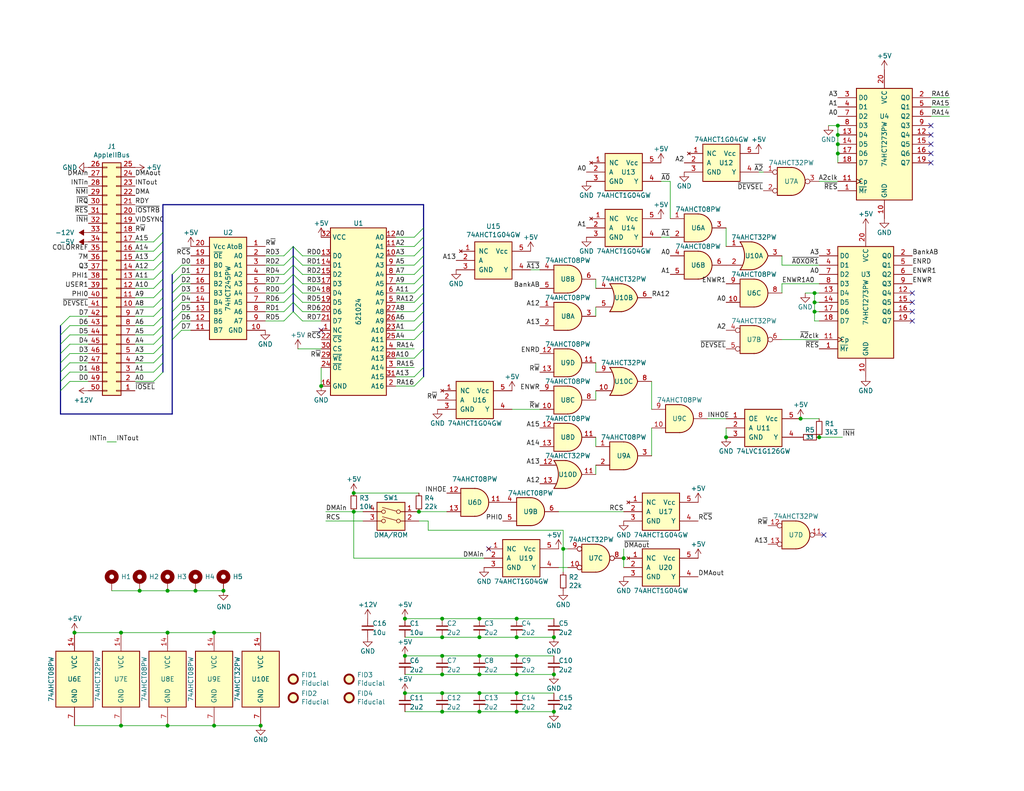
<source format=kicad_sch>
(kicad_sch (version 20230121) (generator eeschema)
  (paper "USLetter")
  (title_block (title "RAM128 (GW4208B)") (date "2021-02-24") (rev "1.0") (company "Garrett's Workshop"))
  (junction (at 120.65 179.07))
  (junction (at 223.52 119.38))
  (junction (at 110.49 189.23))
  (junction (at 198.12 119.38))
  (junction (at 151.13 194.31))
  (junction (at 130.81 168.91))
  (junction (at 120.65 173.99))
  (junction (at 120.65 194.31))
  (junction (at 120.65 168.91))
  (junction (at 130.81 179.07))
  (junction (at 140.97 168.91))
  (junction (at 228.6 36.83))
  (junction (at 71.12 198.12))
  (junction (at 58.42 198.12))
  (junction (at 140.97 173.99))
  (junction (at 130.81 189.23))
  (junction (at 120.65 189.23))
  (junction (at 53.34 161.29))
  (junction (at 140.97 184.15))
  (junction (at 130.81 184.15))
  (junction (at 228.6 34.29))
  (junction (at 45.72 161.29))
  (junction (at 45.72 198.12))
  (junction (at 222.25 82.55))
  (junction (at 33.02 172.72))
  (junction (at 218.44 114.3))
  (junction (at 38.1 161.29))
  (junction (at 96.52 139.7))
  (junction (at 170.18 152.4))
  (junction (at 151.13 184.15))
  (junction (at 87.63 105.41))
  (junction (at 151.13 173.99))
  (junction (at 228.6 39.37))
  (junction (at 140.97 179.07))
  (junction (at 60.96 161.29))
  (junction (at 110.49 168.91))
  (junction (at 228.6 41.91))
  (junction (at 45.72 172.72))
  (junction (at 33.02 198.12))
  (junction (at 222.25 80.01))
  (junction (at 114.3 139.7))
  (junction (at 120.65 184.15))
  (junction (at 130.81 173.99))
  (junction (at 153.67 149.86))
  (junction (at 140.97 194.31))
  (junction (at 140.97 189.23))
  (junction (at 96.52 134.62))
  (junction (at 222.25 85.09))
  (junction (at 20.32 172.72))
  (junction (at 130.81 194.31))
  (junction (at 110.49 179.07))
  (junction (at 58.42 172.72))
  (no_connect (at 254 36.83))
  (no_connect (at 87.63 90.17))
  (no_connect (at 248.92 80.01))
  (no_connect (at 254 34.29))
  (no_connect (at 248.92 82.55))
  (no_connect (at 254 41.91))
  (no_connect (at 254 44.45))
  (no_connect (at 133.35 149.86))
  (no_connect (at 248.92 87.63))
  (no_connect (at 248.92 85.09))
  (no_connect (at 224.79 146.05))
  (no_connect (at 254 39.37))
  (bus_entry (at 46.99 90.17) (size 2.54 -2.54))
  (bus_entry (at 115.57 62.23) (size -2.54 2.54))
  (bus_entry (at 80.01 69.85) (size 2.54 2.54))
  (bus_entry (at 115.57 72.39) (size -2.54 2.54))
  (bus_entry (at 46.99 87.63) (size 2.54 -2.54))
  (bus_entry (at 44.45 73.66) (size -2.54 2.54))
  (bus_entry (at 115.57 87.63) (size -2.54 2.54))
  (bus_entry (at 16.51 99.06) (size 2.54 -2.54))
  (bus_entry (at 115.57 64.77) (size -2.54 2.54))
  (bus_entry (at 46.99 77.47) (size 2.54 -2.54))
  (bus_entry (at 16.51 93.98) (size 2.54 -2.54))
  (bus_entry (at 44.45 63.5) (size -2.54 2.54))
  (bus_entry (at 44.45 81.28) (size -2.54 2.54))
  (bus_entry (at 16.51 88.9) (size 2.54 -2.54))
  (bus_entry (at 80.01 77.47) (size 2.54 2.54))
  (bus_entry (at 16.51 106.68) (size 2.54 -2.54))
  (bus_entry (at 46.99 80.01) (size 2.54 -2.54))
  (bus_entry (at 77.47 74.93) (size 2.54 -2.54))
  (bus_entry (at 115.57 67.31) (size -2.54 2.54))
  (bus_entry (at 77.47 69.85) (size 2.54 -2.54))
  (bus_entry (at 115.57 77.47) (size -2.54 2.54))
  (bus_entry (at 44.45 96.52) (size -2.54 2.54))
  (bus_entry (at 77.47 72.39) (size 2.54 -2.54))
  (bus_entry (at 80.01 80.01) (size 2.54 2.54))
  (bus_entry (at 44.45 93.98) (size -2.54 2.54))
  (bus_entry (at 44.45 101.6) (size -2.54 2.54))
  (bus_entry (at 115.57 90.17) (size -2.54 2.54))
  (bus_entry (at 44.45 71.12) (size -2.54 2.54))
  (bus_entry (at 44.45 78.74) (size -2.54 2.54))
  (bus_entry (at 46.99 92.71) (size 2.54 -2.54))
  (bus_entry (at 44.45 66.04) (size -2.54 2.54))
  (bus_entry (at 16.51 91.44) (size 2.54 -2.54))
  (bus_entry (at 44.45 99.06) (size -2.54 2.54))
  (bus_entry (at 80.01 82.55) (size 2.54 2.54))
  (bus_entry (at 44.45 68.58) (size -2.54 2.54))
  (bus_entry (at 115.57 85.09) (size -2.54 2.54))
  (bus_entry (at 46.99 85.09) (size 2.54 -2.54))
  (bus_entry (at 115.57 74.93) (size -2.54 2.54))
  (bus_entry (at 44.45 88.9) (size -2.54 2.54))
  (bus_entry (at 80.01 74.93) (size 2.54 2.54))
  (bus_entry (at 44.45 76.2) (size -2.54 2.54))
  (bus_entry (at 80.01 85.09) (size 2.54 2.54))
  (bus_entry (at 77.47 87.63) (size 2.54 -2.54))
  (bus_entry (at 44.45 91.44) (size -2.54 2.54))
  (bus_entry (at 80.01 72.39) (size 2.54 2.54))
  (bus_entry (at 16.51 101.6) (size 2.54 -2.54))
  (bus_entry (at 115.57 82.55) (size -2.54 2.54))
  (bus_entry (at 115.57 69.85) (size -2.54 2.54))
  (bus_entry (at 46.99 74.93) (size 2.54 -2.54))
  (bus_entry (at 44.45 83.82) (size -2.54 2.54))
  (bus_entry (at 44.45 86.36) (size -2.54 2.54))
  (bus_entry (at 46.99 82.55) (size 2.54 -2.54))
  (bus_entry (at 115.57 102.87) (size -2.54 2.54))
  (bus_entry (at 77.47 85.09) (size 2.54 -2.54))
  (bus_entry (at 115.57 100.33) (size -2.54 2.54))
  (bus_entry (at 115.57 95.25) (size -2.54 2.54))
  (bus_entry (at 77.47 77.47) (size 2.54 -2.54))
  (bus_entry (at 77.47 80.01) (size 2.54 -2.54))
  (bus_entry (at 80.01 67.31) (size 2.54 2.54))
  (bus_entry (at 16.51 104.14) (size 2.54 -2.54))
  (bus_entry (at 77.47 82.55) (size 2.54 -2.54))
  (bus_entry (at 16.51 96.52) (size 2.54 -2.54))
  (bus_entry (at 115.57 80.01) (size -2.54 2.54))
  (wire (pts (xy 36.83 96.52) (xy 41.91 96.52)))
  (bus (pts (xy 115.57 90.17) (xy 115.57 95.25)))
  (wire (pts (xy 45.72 161.29) (xy 38.1 161.29)))
  (wire (pts (xy 96.52 139.7) (xy 99.06 139.7)))
  (wire (pts (xy 218.44 114.3) (xy 223.52 114.3)))
  (wire (pts (xy 228.6 36.83) (xy 228.6 39.37)))
  (wire (pts (xy 130.81 173.99) (xy 140.97 173.99)))
  (wire (pts (xy 226.06 34.29) (xy 228.6 34.29)))
  (wire (pts (xy 19.05 101.6) (xy 24.13 101.6)))
  (bus (pts (xy 115.57 69.85) (xy 115.57 72.39)))
  (bus (pts (xy 44.45 63.5) (xy 44.45 66.04)))
  (wire (pts (xy 110.49 168.91) (xy 120.65 168.91)))
  (wire (pts (xy 198.12 62.23) (xy 198.12 67.31)))
  (wire (pts (xy 82.55 74.93) (xy 87.63 74.93)))
  (wire (pts (xy 87.63 100.33) (xy 87.63 105.41)))
  (wire (pts (xy 198.12 119.38) (xy 198.12 116.84)))
  (wire (pts (xy 77.47 87.63) (xy 72.39 87.63)))
  (wire (pts (xy 107.95 64.77) (xy 113.03 64.77)))
  (wire (pts (xy 36.83 71.12) (xy 41.91 71.12)))
  (wire (pts (xy 259.08 31.75) (xy 254 31.75)))
  (wire (pts (xy 120.65 189.23) (xy 130.81 189.23)))
  (wire (pts (xy 82.55 85.09) (xy 87.63 85.09)))
  (bus (pts (xy 16.51 93.98) (xy 16.51 96.52)))
  (bus (pts (xy 80.01 77.47) (xy 80.01 80.01)))
  (wire (pts (xy 49.53 90.17) (xy 52.07 90.17)))
  (wire (pts (xy 107.95 97.79) (xy 113.03 97.79)))
  (bus (pts (xy 115.57 55.88) (xy 44.45 55.88)))
  (wire (pts (xy 153.67 144.78) (xy 153.67 149.86)))
  (bus (pts (xy 115.57 95.25) (xy 115.57 100.33)))
  (wire (pts (xy 114.3 139.7) (xy 121.92 139.7)))
  (wire (pts (xy 223.52 92.71) (xy 213.36 92.71)))
  (wire (pts (xy 130.81 189.23) (xy 140.97 189.23)))
  (bus (pts (xy 16.51 96.52) (xy 16.51 99.06)))
  (wire (pts (xy 107.95 77.47) (xy 113.03 77.47)))
  (bus (pts (xy 46.99 90.17) (xy 46.99 92.71)))
  (bus (pts (xy 44.45 96.52) (xy 44.45 99.06)))
  (wire (pts (xy 88.9 142.24) (xy 99.06 142.24)))
  (bus (pts (xy 80.01 82.55) (xy 80.01 85.09)))
  (wire (pts (xy 162.56 119.38) (xy 162.56 121.92)))
  (wire (pts (xy 140.97 173.99) (xy 151.13 173.99)))
  (wire (pts (xy 223.52 87.63) (xy 222.25 87.63)))
  (wire (pts (xy 139.7 111.76) (xy 147.32 111.76)))
  (wire (pts (xy 77.47 69.85) (xy 72.39 69.85)))
  (wire (pts (xy 182.88 49.53) (xy 182.88 59.69)))
  (wire (pts (xy 49.53 72.39) (xy 52.07 72.39)))
  (bus (pts (xy 115.57 67.31) (xy 115.57 69.85)))
  (wire (pts (xy 19.05 86.36) (xy 24.13 86.36)))
  (wire (pts (xy 20.32 198.12) (xy 33.02 198.12)))
  (bus (pts (xy 16.51 104.14) (xy 16.51 106.68)))
  (bus (pts (xy 16.51 106.68) (xy 16.51 113.03)))
  (wire (pts (xy 120.65 173.99) (xy 130.81 173.99)))
  (bus (pts (xy 46.99 74.93) (xy 46.99 77.47)))
  (wire (pts (xy 222.25 85.09) (xy 222.25 82.55)))
  (wire (pts (xy 120.65 184.15) (xy 130.81 184.15)))
  (wire (pts (xy 116.84 144.78) (xy 116.84 142.24)))
  (wire (pts (xy 19.05 104.14) (xy 24.13 104.14)))
  (wire (pts (xy 77.47 74.93) (xy 72.39 74.93)))
  (wire (pts (xy 116.84 142.24) (xy 114.3 142.24)))
  (wire (pts (xy 120.65 189.23) (xy 110.49 189.23)))
  (wire (pts (xy 107.95 85.09) (xy 113.03 85.09)))
  (wire (pts (xy 198.12 114.3) (xy 193.04 114.3)))
  (wire (pts (xy 45.72 198.12) (xy 58.42 198.12)))
  (wire (pts (xy 88.9 139.7) (xy 96.52 139.7)))
  (bus (pts (xy 80.01 67.31) (xy 80.01 69.85)))
  (bus (pts (xy 80.01 74.93) (xy 80.01 77.47)))
  (wire (pts (xy 60.96 161.29) (xy 53.34 161.29)))
  (wire (pts (xy 130.81 168.91) (xy 140.97 168.91)))
  (wire (pts (xy 107.95 72.39) (xy 113.03 72.39)))
  (bus (pts (xy 115.57 55.88) (xy 115.57 62.23)))
  (wire (pts (xy 154.94 154.94) (xy 152.4 154.94)))
  (wire (pts (xy 177.8 116.84) (xy 177.8 124.46)))
  (wire (pts (xy 162.56 99.06) (xy 162.56 101.6)))
  (bus (pts (xy 16.51 91.44) (xy 16.51 93.98)))
  (bus (pts (xy 44.45 83.82) (xy 44.45 86.36)))
  (wire (pts (xy 120.65 194.31) (xy 130.81 194.31)))
  (wire (pts (xy 153.67 149.86) (xy 153.67 156.21)))
  (bus (pts (xy 115.57 100.33) (xy 115.57 102.87)))
  (wire (pts (xy 36.83 73.66) (xy 41.91 73.66)))
  (bus (pts (xy 46.99 77.47) (xy 46.99 80.01)))
  (bus (pts (xy 44.45 93.98) (xy 44.45 96.52)))
  (bus (pts (xy 115.57 85.09) (xy 115.57 87.63)))
  (wire (pts (xy 107.95 105.41) (xy 113.03 105.41)))
  (bus (pts (xy 115.57 77.47) (xy 115.57 80.01)))
  (bus (pts (xy 80.01 72.39) (xy 80.01 74.93)))
  (wire (pts (xy 19.05 93.98) (xy 24.13 93.98)))
  (wire (pts (xy 38.1 161.29) (xy 30.48 161.29)))
  (bus (pts (xy 115.57 82.55) (xy 115.57 85.09)))
  (wire (pts (xy 36.83 83.82) (xy 41.91 83.82)))
  (wire (pts (xy 19.05 88.9) (xy 24.13 88.9)))
  (wire (pts (xy 82.55 77.47) (xy 87.63 77.47)))
  (wire (pts (xy 120.65 168.91) (xy 130.81 168.91)))
  (wire (pts (xy 36.83 81.28) (xy 41.91 81.28)))
  (wire (pts (xy 130.81 194.31) (xy 140.97 194.31)))
  (wire (pts (xy 96.52 152.4) (xy 132.08 152.4)))
  (wire (pts (xy 81.28 95.25) (xy 87.63 95.25)))
  (wire (pts (xy 229.87 119.38) (xy 223.52 119.38)))
  (wire (pts (xy 213.36 69.85) (xy 213.36 72.39)))
  (wire (pts (xy 140.97 194.31) (xy 151.13 194.31)))
  (wire (pts (xy 152.4 139.7) (xy 170.18 139.7)))
  (wire (pts (xy 219.71 80.01) (xy 222.25 80.01)))
  (wire (pts (xy 223.52 85.09) (xy 222.25 85.09)))
  (wire (pts (xy 82.55 82.55) (xy 87.63 82.55)))
  (wire (pts (xy 114.3 134.62) (xy 96.52 134.62)))
  (wire (pts (xy 77.47 80.01) (xy 72.39 80.01)))
  (wire (pts (xy 36.83 99.06) (xy 41.91 99.06)))
  (wire (pts (xy 77.47 82.55) (xy 72.39 82.55)))
  (wire (pts (xy 153.67 144.78) (xy 116.84 144.78)))
  (wire (pts (xy 153.67 149.86) (xy 154.94 149.86)))
  (wire (pts (xy 96.52 139.7) (xy 96.52 152.4)))
  (wire (pts (xy 58.42 198.12) (xy 71.12 198.12)))
  (wire (pts (xy 182.88 64.77) (xy 180.34 64.77)))
  (wire (pts (xy 36.83 88.9) (xy 41.91 88.9)))
  (wire (pts (xy 107.95 100.33) (xy 113.03 100.33)))
  (wire (pts (xy 82.55 80.01) (xy 87.63 80.01)))
  (wire (pts (xy 36.83 93.98) (xy 41.91 93.98)))
  (wire (pts (xy 36.83 66.04) (xy 41.91 66.04)))
  (bus (pts (xy 46.99 92.71) (xy 46.99 113.03)))
  (wire (pts (xy 223.52 80.01) (xy 222.25 80.01)))
  (wire (pts (xy 36.83 104.14) (xy 41.91 104.14)))
  (bus (pts (xy 115.57 74.93) (xy 115.57 77.47)))
  (bus (pts (xy 16.51 99.06) (xy 16.51 101.6)))
  (wire (pts (xy 162.56 106.68) (xy 162.56 109.22)))
  (wire (pts (xy 140.97 189.23) (xy 151.13 189.23)))
  (wire (pts (xy 107.95 80.01) (xy 113.03 80.01)))
  (wire (pts (xy 49.53 85.09) (xy 52.07 85.09)))
  (bus (pts (xy 46.99 82.55) (xy 46.99 85.09)))
  (bus (pts (xy 44.45 78.74) (xy 44.45 81.28)))
  (wire (pts (xy 45.72 172.72) (xy 58.42 172.72)))
  (wire (pts (xy 36.83 76.2) (xy 41.91 76.2)))
  (wire (pts (xy 140.97 184.15) (xy 151.13 184.15)))
  (wire (pts (xy 107.95 82.55) (xy 113.03 82.55)))
  (wire (pts (xy 53.34 161.29) (xy 45.72 161.29)))
  (bus (pts (xy 115.57 62.23) (xy 115.57 64.77)))
  (bus (pts (xy 115.57 80.01) (xy 115.57 82.55)))
  (wire (pts (xy 107.95 90.17) (xy 113.03 90.17)))
  (wire (pts (xy 107.95 95.25) (xy 113.03 95.25)))
  (wire (pts (xy 107.95 102.87) (xy 113.03 102.87)))
  (bus (pts (xy 44.45 81.28) (xy 44.45 83.82)))
  (wire (pts (xy 107.95 87.63) (xy 113.03 87.63)))
  (wire (pts (xy 77.47 85.09) (xy 72.39 85.09)))
  (bus (pts (xy 44.45 99.06) (xy 44.45 101.6)))
  (bus (pts (xy 44.45 76.2) (xy 44.45 78.74)))
  (wire (pts (xy 33.02 198.12) (xy 45.72 198.12)))
  (wire (pts (xy 36.83 68.58) (xy 41.91 68.58)))
  (bus (pts (xy 44.45 73.66) (xy 44.45 76.2)))
  (wire (pts (xy 222.25 87.63) (xy 222.25 85.09)))
  (bus (pts (xy 46.99 113.03) (xy 16.51 113.03)))
  (wire (pts (xy 228.6 41.91) (xy 228.6 44.45)))
  (wire (pts (xy 110.49 194.31) (xy 120.65 194.31)))
  (wire (pts (xy 120.65 179.07) (xy 110.49 179.07)))
  (bus (pts (xy 46.99 85.09) (xy 46.99 87.63)))
  (wire (pts (xy 213.36 77.47) (xy 213.36 80.01)))
  (wire (pts (xy 107.95 69.85) (xy 113.03 69.85)))
  (wire (pts (xy 207.01 46.99) (xy 208.28 46.99)))
  (wire (pts (xy 82.55 69.85) (xy 87.63 69.85)))
  (wire (pts (xy 58.42 172.72) (xy 71.12 172.72)))
  (wire (pts (xy 20.32 172.72) (xy 33.02 172.72)))
  (bus (pts (xy 115.57 64.77) (xy 115.57 67.31)))
  (bus (pts (xy 44.45 88.9) (xy 44.45 91.44)))
  (bus (pts (xy 44.45 86.36) (xy 44.45 88.9)))
  (wire (pts (xy 36.83 78.74) (xy 41.91 78.74)))
  (wire (pts (xy 19.05 96.52) (xy 24.13 96.52)))
  (wire (pts (xy 259.08 26.67) (xy 254 26.67)))
  (wire (pts (xy 170.18 152.4) (xy 170.18 149.86)))
  (wire (pts (xy 140.97 168.91) (xy 151.13 168.91)))
  (wire (pts (xy 170.18 152.4) (xy 170.18 154.94)))
  (wire (pts (xy 110.49 184.15) (xy 120.65 184.15)))
  (bus (pts (xy 46.99 80.01) (xy 46.99 82.55)))
  (wire (pts (xy 19.05 99.06) (xy 24.13 99.06)))
  (wire (pts (xy 110.49 173.99) (xy 120.65 173.99)))
  (bus (pts (xy 16.51 101.6) (xy 16.51 104.14)))
  (wire (pts (xy 49.53 77.47) (xy 52.07 77.47)))
  (wire (pts (xy 162.56 78.74) (xy 162.56 76.2)))
  (bus (pts (xy 115.57 87.63) (xy 115.57 90.17)))
  (bus (pts (xy 44.45 71.12) (xy 44.45 73.66)))
  (bus (pts (xy 44.45 91.44) (xy 44.45 93.98)))
  (wire (pts (xy 49.53 80.01) (xy 52.07 80.01)))
  (wire (pts (xy 162.56 127) (xy 162.56 129.54)))
  (wire (pts (xy 140.97 179.07) (xy 151.13 179.07)))
  (wire (pts (xy 120.65 179.07) (xy 130.81 179.07)))
  (wire (pts (xy 82.55 72.39) (xy 87.63 72.39)))
  (wire (pts (xy 107.95 92.71) (xy 113.03 92.71)))
  (bus (pts (xy 44.45 68.58) (xy 44.45 71.12)))
  (wire (pts (xy 222.25 80.01) (xy 222.25 82.55)))
  (wire (pts (xy 77.47 77.47) (xy 72.39 77.47)))
  (wire (pts (xy 33.02 172.72) (xy 45.72 172.72)))
  (bus (pts (xy 115.57 72.39) (xy 115.57 74.93)))
  (wire (pts (xy 177.8 104.14) (xy 177.8 111.76)))
  (wire (pts (xy 228.6 34.29) (xy 228.6 36.83)))
  (wire (pts (xy 19.05 91.44) (xy 24.13 91.44)))
  (wire (pts (xy 49.53 87.63) (xy 52.07 87.63)))
  (wire (pts (xy 107.95 74.93) (xy 113.03 74.93)))
  (wire (pts (xy 180.34 49.53) (xy 182.88 49.53)))
  (wire (pts (xy 223.52 82.55) (xy 222.25 82.55)))
  (bus (pts (xy 44.45 66.04) (xy 44.45 68.58)))
  (wire (pts (xy 31.75 120.65) (xy 29.21 120.65)))
  (wire (pts (xy 36.83 86.36) (xy 41.91 86.36)))
  (wire (pts (xy 36.83 101.6) (xy 41.91 101.6)))
  (bus (pts (xy 16.51 88.9) (xy 16.51 91.44)))
  (wire (pts (xy 36.83 91.44) (xy 41.91 91.44)))
  (wire (pts (xy 228.6 39.37) (xy 228.6 41.91)))
  (wire (pts (xy 223.52 49.53) (xy 228.6 49.53)))
  (wire (pts (xy 213.36 72.39) (xy 223.52 72.39)))
  (wire (pts (xy 82.55 87.63) (xy 87.63 87.63)))
  (bus (pts (xy 80.01 69.85) (xy 80.01 72.39)))
  (wire (pts (xy 254 29.21) (xy 259.08 29.21)))
  (wire (pts (xy 130.81 184.15) (xy 140.97 184.15)))
  (wire (pts (xy 144.78 73.66) (xy 147.32 73.66)))
  (wire (pts (xy 162.56 83.82) (xy 162.56 86.36)))
  (wire (pts (xy 130.81 179.07) (xy 140.97 179.07)))
  (bus (pts (xy 46.99 87.63) (xy 46.99 90.17)))
  (wire (pts (xy 107.95 67.31) (xy 113.03 67.31)))
  (wire (pts (xy 77.47 72.39) (xy 72.39 72.39)))
  (wire (pts (xy 49.53 74.93) (xy 52.07 74.93)))
  (wire (pts (xy 49.53 82.55) (xy 52.07 82.55)))
  (bus (pts (xy 44.45 55.88) (xy 44.45 63.5)))
  (wire (pts (xy 213.36 77.47) (xy 223.52 77.47)))
  (bus (pts (xy 80.01 80.01) (xy 80.01 82.55)))
  (label "INTout" (at 31.75 120.65 0))
  (label "~{RES}" (at 228.6 52.07 180))
  (label "D3" (at 24.13 96.52 180))
  (label "~{R}W" (at 147.32 111.76 180))
  (label "RD7" (at 72.39 77.47 0))
  (label "A13" (at 36.83 71.12 0))
  (label "A0" (at 228.6 31.75 180))
  (label "A2" (at 36.83 99.06 0))
  (label "RD2" (at 87.63 74.93 180))
  (label "A14" (at 36.83 68.58 0))
  (label "A8" (at 36.83 83.82 0))
  (label "RA16" (at 113.03 105.41 180))
  (label "A2clk" (at 228.6 49.53 180))
  (label "RD6" (at 72.39 82.55 0))
  (label "D5" (at 24.13 91.44 180))
  (label "PHI0" (at 137.16 142.24 180))
  (label "~{DEVSEL}" (at 198.12 95.25 180))
  (label "A1" (at 36.83 101.6 0))
  (label "D0" (at 52.07 72.39 180))
  (label "~{IOSTRB}" (at 36.83 58.42 0))
  (label "A0" (at 223.52 74.93 180))
  (label "A0" (at 198.12 82.55 180))
  (label "~{RES}" (at 223.52 95.25 180))
  (label "A10" (at 36.83 78.74 0))
  (label "ENWR1" (at 198.12 77.47 180))
  (label "A13" (at 124.46 71.12 180))
  (label "A6" (at 36.83 88.9 0))
  (label "RD1" (at 72.39 85.09 0))
  (label "A1" (at 160.02 62.23 180))
  (label "R~{W}" (at 72.39 67.31 0))
  (label "D0" (at 24.13 104.14 180))
  (label "ENWR" (at 248.92 77.47 0))
  (label "A11" (at 107.95 80.01 0))
  (label "A5" (at 107.95 72.39 0))
  (label "INHOE" (at 193.04 114.3 0))
  (label "A13" (at 107.95 102.87 0))
  (label "R~{W}" (at 209.55 143.51 180))
  (label "D3" (at 52.07 80.01 180))
  (label "A3" (at 107.95 69.85 0))
  (label "RA14" (at 113.03 95.25 180))
  (label "A2" (at 107.95 67.31 0))
  (label "USER1" (at 24.13 78.74 180))
  (label "D7" (at 24.13 86.36 180))
  (label "ENRD" (at 147.32 96.52 180))
  (label "INHOE" (at 121.92 134.62 180))
  (label "~{INH}" (at 24.13 60.96 180))
  (label "D7" (at 52.07 90.17 180))
  (label "INTin" (at 29.21 120.65 180))
  (label "A4" (at 107.95 92.71 0))
  (label "A1" (at 228.6 29.21 180))
  (label "A7" (at 107.95 74.93 0))
  (label "R~{W}" (at 36.83 63.5 0))
  (label "DMAin" (at 24.13 48.26 180))
  (label "ENWR1A0" (at 213.36 77.47 0))
  (label "RA12" (at 177.8 81.28 0))
  (label "~{A1}" (at 182.88 64.77 180))
  (label "A7" (at 36.83 86.36 0))
  (label "A3" (at 36.83 96.52 0))
  (label "~{IRQ}" (at 24.13 55.88 180))
  (label "RD5" (at 87.63 82.55 180))
  (label "R~{W}" (at 87.63 97.79 180))
  (label "D4" (at 52.07 82.55 180))
  (label "~{A2}clk" (at 223.52 92.71 180))
  (label "R~{W}" (at 147.32 101.6 180))
  (label "D2" (at 52.07 77.47 180))
  (label "RA15" (at 259.08 29.21 180))
  (label "A12" (at 147.32 83.82 180))
  (label "A3" (at 223.52 69.85 180))
  (label "~{IOSEL}" (at 36.83 106.68 0))
  (label "~{DEVSEL}" (at 24.13 83.82 180))
  (label "~{RES}" (at 24.13 58.42 180))
  (label "A15" (at 36.83 66.04 0))
  (label "BankAB" (at 248.92 69.85 0))
  (label "RA14" (at 259.08 31.75 180))
  (label "A0" (at 36.83 104.14 0))
  (label "A12" (at 147.32 132.08 180))
  (label "D1" (at 24.13 101.6 180))
  (label "RD0" (at 72.39 80.01 0))
  (label "PHI1" (at 24.13 76.2 180))
  (label "A8" (at 107.95 85.09 0))
  (label "A1" (at 182.88 74.93 180))
  (label "RD6" (at 87.63 85.09 180))
  (label "A3" (at 228.6 26.67 180))
  (label "D6" (at 52.07 87.63 180))
  (label "RA12" (at 107.95 82.55 0))
  (label "INTout" (at 36.83 50.8 0))
  (label "R~{W}" (at 119.38 109.22 180))
  (label "DMAin" (at 132.08 152.4 180))
  (label "A12" (at 36.83 73.66 0))
  (label "RD3" (at 87.63 77.47 180))
  (label "~{INH}" (at 229.87 119.38 0))
  (label "A9" (at 107.95 77.47 0))
  (label "BankAB" (at 147.32 78.74 180))
  (label "~{DEVSEL}" (at 208.28 52.07 180))
  (label "~{DMAout}" (at 170.18 149.86 0))
  (label "A1" (at 107.95 90.17 0))
  (label "~{NMI}" (at 24.13 53.34 180))
  (label "D2" (at 24.13 99.06 180))
  (label "RCS" (at 88.9 142.24 0))
  (label "INTin" (at 24.13 50.8 180))
  (label "A11" (at 36.83 76.2 0))
  (label "RCS" (at 170.18 139.7 180))
  (label "A14" (at 147.32 121.92 180))
  (label "~{A2}" (at 208.28 46.99 180))
  (label "RD1" (at 87.63 72.39 180))
  (label "A0" (at 182.88 69.85 180))
  (label "RD4" (at 72.39 74.93 0))
  (label "PHI0" (at 24.13 81.28 180))
  (label "D5" (at 52.07 85.09 180))
  (label "A2" (at 186.69 44.45 180))
  (label "VIDSYNC" (at 36.83 60.96 0))
  (label "Q3" (at 24.13 73.66 180))
  (label "A6" (at 107.95 87.63 0))
  (label "DMAin" (at 88.9 139.7 0))
  (label "DMAout" (at 36.83 48.26 0))
  (label "RD7" (at 87.63 87.63 180))
  (label "A5" (at 36.83 91.44 0))
  (label "7M" (at 24.13 71.12 180))
  (label "A0" (at 160.02 46.99 180))
  (label "RD4" (at 87.63 80.01 180))
  (label "RD3" (at 72.39 69.85 0))
  (label "R~{CS}" (at 87.63 92.71 180))
  (label "A13" (at 147.32 127 180))
  (label "A0" (at 107.95 64.77 0))
  (label "DMA" (at 36.83 53.34 0))
  (label "A4" (at 36.83 93.98 0))
  (label "RA16" (at 259.08 26.67 180))
  (label "DMAout" (at 190.5 157.48 0))
  (label "R~{CS}" (at 190.5 142.24 0))
  (label "D6" (at 24.13 88.9 180))
  (label "A2" (at 198.12 90.17 180))
  (label "R~{CS}" (at 52.07 69.85 180))
  (label "RA15" (at 113.03 100.33 180))
  (label "RD0" (at 87.63 69.85 180))
  (label "RD2" (at 72.39 72.39 0))
  (label "ENRD" (at 248.92 72.39 0))
  (label "D1" (at 52.07 74.93 180))
  (label "RDY" (at 36.83 55.88 0))
  (label "ENWR" (at 147.32 106.68 180))
  (label "A13" (at 209.55 148.59 180))
  (label "ENWR1" (at 248.92 74.93 0))
  (label "A9" (at 36.83 81.28 0))
  (label "~{A0XOR1}" (at 223.52 72.39 180))
  (label "A13" (at 147.32 88.9 180))
  (label "~{A0}" (at 182.88 49.53 180))
  (label "A15" (at 147.32 116.84 180))
  (label "RD5" (at 72.39 87.63 0))
  (label "D4" (at 24.13 93.98 180))
  (label "A10" (at 107.95 97.79 0))
  (label "COLORREF" (at 24.13 68.58 180))
  (label "~{A13}" (at 147.32 73.66 180))
  (symbol (lib_id "Mechanical:MountingHole_Pad") (at 53.34 158.75 0) (unit 1)
    (property "Reference" "H4" (at 55.88 157.4546 0) (effects (justify left)))
    (property "Value" " " (at 55.88 159.766 0) (effects (justify left)))
    (property "Footprint" "stdpads:PasteHole_1.152mm_NPTH" (effects hide))
  )
  (symbol (lib_id "Connector_Generic:Conn_02x25_Counter_Clockwise") (at 31.75 76.2 180) (unit 1)
    (property "Reference" "J1" (at 30.48 40.005 0))
    (property "Value" "AppleIIBus" (at 30.48 42.3164 0))
    (property "Footprint" "stdpads:AppleIIBus_Edge" (effects hide))
  )
  (symbol (lib_id "power:-12V") (at 24.13 63.5 90) (unit 1)
    (property "Reference" "#PWR0102" (effects hide))
    (property "Value" "-12V" (at 20.32 63.5 90) (effects (justify left)))
  )
  (symbol (lib_id "power:-5V") (at 24.13 66.04 90) (unit 1)
    (property "Reference" "#PWR0101" (effects hide))
    (property "Value" "-5V" (at 20.32 66.04 90) (effects (justify left)))
  )
  (symbol (lib_id "power:+12V") (at 24.13 106.68 90) (unit 1)
    (property "Reference" "#PWR0103" (effects hide))
    (property "Value" "+12V" (at 25.4 109.22 90) (effects (justify left)))
  )
  (symbol (lib_id "power:GND") (at 24.13 45.72 270) (mirror x) (unit 1)
    (property "Reference" "#PWR0108" (effects hide))
    (property "Value" "GND" (at 19.05 45.72 90))
  )
  (symbol (lib_id "power:+5V") (at 36.83 45.72 270) (unit 1)
    (property "Reference" "#PWR0109" (effects hide))
    (property "Value" "+5V" (at 41.91 45.72 90))
  )
  (symbol (lib_id "Device:C_Small") (at 130.81 171.45 0) (unit 1)
    (property "Reference" "C3" (at 132.08 170.18 0) (effects (justify left)))
    (property "Value" "2u2" (at 132.08 172.72 0) (effects (justify left)))
    (property "Footprint" "stdpads:C_0603" (effects hide))
    (property "LCSC Part" "C23630" (effects hide))
  )
  (symbol (lib_id "Device:C_Small") (at 120.65 171.45 0) (unit 1)
    (property "Reference" "C2" (at 121.92 170.18 0) (effects (justify left)))
    (property "Value" "2u2" (at 121.92 172.72 0) (effects (justify left)))
    (property "Footprint" "stdpads:C_0603" (effects hide))
    (property "LCSC Part" "C23630" (effects hide))
  )
  (symbol (lib_id "power:GND") (at 151.13 173.99 0) (unit 1)
    (property "Reference" "#PWR0110" (effects hide))
    (property "Value" "GND" (at 151.13 177.8 0))
  )
  (symbol (lib_id "Mechanical:Fiducial") (at 80.01 185.42 0) (unit 1)
    (property "Reference" "FID1" (at 82.169 184.2516 0) (effects (justify left)))
    (property "Value" "Fiducial" (at 82.169 186.563 0) (effects (justify left)))
    (property "Footprint" "stdpads:Fiducial" (effects hide))
  )
  (symbol (lib_id "Mechanical:Fiducial") (at 80.01 190.5 0) (unit 1)
    (property "Reference" "FID2" (at 82.169 189.3316 0) (effects (justify left)))
    (property "Value" "Fiducial" (at 82.169 191.643 0) (effects (justify left)))
    (property "Footprint" "stdpads:Fiducial" (effects hide))
  )
  (symbol (lib_id "Mechanical:Fiducial") (at 95.25 185.42 0) (unit 1)
    (property "Reference" "FID3" (at 97.409 184.2516 0) (effects (justify left)))
    (property "Value" "Fiducial" (at 97.409 186.563 0) (effects (justify left)))
    (property "Footprint" "stdpads:Fiducial" (effects hide))
  )
  (symbol (lib_id "Mechanical:Fiducial") (at 95.25 190.5 0) (unit 1)
    (property "Reference" "FID4" (at 97.409 189.3316 0) (effects (justify left)))
    (property "Value" "Fiducial" (at 97.409 191.643 0) (effects (justify left)))
    (property "Footprint" "stdpads:Fiducial" (effects hide))
  )
  (symbol (lib_id "power:+5V") (at 87.63 64.77 0) (unit 1)
    (property "Reference" "#PWR0106" (effects hide))
    (property "Value" "+5V" (at 87.63 60.96 0))
  )
  (symbol (lib_id "power:GND") (at 87.63 105.41 0) (unit 1)
    (property "Reference" "#PWR0107" (effects hide))
    (property "Value" "GND" (at 87.63 109.22 0))
  )
  (symbol (lib_id "Device:R_Small") (at 223.52 116.84 0) (unit 1)
    (property "Reference" "R1" (at 225.0186 115.6716 0) (effects (justify left)))
    (property "Value" "3k3" (at 225.0186 117.983 0) (effects (justify left)))
    (property "Footprint" "stdpads:R_0805" (effects hide))
    (property "LCSC Part" "C26010" (effects hide))
  )
  (symbol (lib_id "Device:C_Small") (at 100.33 171.45 0) (unit 1)
    (property "Reference" "C16" (at 101.6 170.18 0) (effects (justify left)))
    (property "Value" "10u" (at 101.6 172.72 0) (effects (justify left)))
    (property "Footprint" "stdpads:C_0805" (effects hide))
    (property "LCSC Part" "C15850" (effects hide))
  )
  (symbol (lib_id "power:+12V") (at 100.33 168.91 0) (mirror y) (unit 1)
    (property "Reference" "#PWR0128" (effects hide))
    (property "Value" "+12V" (at 100.33 165.1 0))
  )
  (symbol (lib_id "Device:C_Small") (at 110.49 181.61 0) (unit 1)
    (property "Reference" "C6" (at 111.76 180.34 0) (effects (justify left)))
    (property "Value" "2u2" (at 111.76 182.88 0) (effects (justify left)))
    (property "Footprint" "stdpads:C_0603" (effects hide))
    (property "LCSC Part" "C23630" (effects hide))
  )
  (symbol (lib_id "Device:C_Small") (at 110.49 171.45 0) (unit 1)
    (property "Reference" "C1" (at 111.76 170.18 0) (effects (justify left)))
    (property "Value" "10u" (at 111.76 172.72 0) (effects (justify left)))
    (property "Footprint" "stdpads:C_0805" (effects hide))
    (property "LCSC Part" "C15850" (effects hide))
  )
  (symbol (lib_id "74xx:74LS32") (at 215.9 49.53 0) (unit 1) (convert 2)
    (property "Reference" "U7" (at 215.9 49.53 0))
    (property "Value" "74AHCT32PW" (at 215.9 44.45 0))
    (property "Footprint" "stdpads:TSSOP-14_4.4x5mm_P0.65mm" (effects hide))
    (property "Datasheet" "http://www.ti.com/lit/gpn/sn74LS32" (effects hide))
    (property "LCSC Part" "C129435" (effects hide))
  )
  (symbol (lib_id "74xx:74LS32") (at 205.74 92.71 0) (unit 2) (convert 2)
    (property "Reference" "U7" (at 205.74 92.71 0))
    (property "Value" "74AHCT32PW" (at 205.74 87.63 0))
    (property "Footprint" "stdpads:TSSOP-14_4.4x5mm_P0.65mm" (effects hide))
    (property "Datasheet" "http://www.ti.com/lit/gpn/sn74LS32" (effects hide))
    (property "LCSC Part" "C129435" (effects hide))
  )
  (symbol (lib_id "GW_Logic:74245") (at 62.23 78.74 0) (mirror y) (unit 1)
    (property "Reference" "U2" (at 62.23 63.5 0))
    (property "Value" "74HCT245PW" (at 62.23 78.74 90))
    (property "Footprint" "stdpads:TSSOP-20_4.4x6.5mm_P0.65mm" (effects hide))
    (property "LCSC Part" "C5980" (effects hide))
  )
  (symbol (lib_id "power:GND") (at 72.39 90.17 0) (unit 1)
    (property "Reference" "#PWR0104" (effects hide))
    (property "Value" "GND" (at 72.39 93.98 0))
  )
  (symbol (lib_id "power:+5V") (at 52.07 67.31 0) (unit 1)
    (property "Reference" "#PWR0105" (effects hide))
    (property "Value" "+5V" (at 52.07 63.5 0))
  )
  (symbol (lib_id "74xx:74LS273") (at 236.22 82.55 0) (unit 1)
    (property "Reference" "U3" (at 236.22 74.93 0))
    (property "Value" "74HCT273PW" (at 236.22 82.55 90))
    (property "Footprint" "stdpads:TSSOP-20_4.4x6.5mm_P0.65mm" (effects hide))
    (property "Datasheet" "http://www.ti.com/lit/gpn/sn74LS273" (effects hide))
    (property "LCSC Part" "C5983" (effects hide))
  )
  (symbol (lib_id "74xx:74LS273") (at 241.3 39.37 0) (unit 1)
    (property "Reference" "U4" (at 241.3 31.75 0))
    (property "Value" "74HCT273PW" (at 241.3 39.37 90))
    (property "Footprint" "stdpads:TSSOP-20_4.4x6.5mm_P0.65mm" (effects hide))
    (property "Datasheet" "http://www.ti.com/lit/gpn/sn74LS273" (effects hide))
    (property "LCSC Part" "C5983" (effects hide))
  )
  (symbol (lib_id "Device:R_Small") (at 153.67 158.75 0) (unit 1)
    (property "Reference" "R2" (at 155.1686 157.5816 0) (effects (justify left)))
    (property "Value" "22k" (at 155.1686 159.893 0) (effects (justify left)))
    (property "Footprint" "stdpads:R_0805" (effects hide))
    (property "LCSC Part" "C17560" (effects hide))
  )
  (symbol (lib_id "power:GND") (at 153.67 161.29 0) (unit 1)
    (property "Reference" "#PWR0123" (effects hide))
    (property "Value" "GND" (at 153.67 165.1 0))
  )
  (symbol (lib_id "power:GND") (at 226.06 34.29 0) (unit 1)
    (property "Reference" "#PWR0112" (effects hide))
    (property "Value" "GND" (at 226.06 38.1 0))
  )
  (symbol (lib_id "GW_Logic:741G04GW") (at 134.62 71.12 0) (unit 1)
    (property "Reference" "U15" (at 134.62 61.7982 0))
    (property "Value" "74AHCT1G04GW" (at 134.62 64.1096 0))
    (property "Footprint" "stdpads:SOT-353" (effects hide))
    (property "LCSC Part" "C148199" (effects hide))
  )
  (symbol (lib_id "power:GND") (at 124.46 73.66 0) (unit 1)
    (property "Reference" "#PWR0124" (effects hide))
    (property "Value" "GND" (at 124.46 77.47 0))
  )
  (symbol (lib_id "power:+5V") (at 144.78 68.58 0) (unit 1)
    (property "Reference" "#PWR0127" (effects hide))
    (property "Value" "+5V" (at 144.78 64.77 0))
  )
  (symbol (lib_id "power:GND") (at 219.71 80.01 0) (unit 1)
    (property "Reference" "#PWR0125" (effects hide))
    (property "Value" "GND" (at 219.71 83.82 0))
  )
  (symbol (lib_id "GW_Logic:741G04GW") (at 170.18 46.99 0) (unit 1)
    (property "Reference" "U13" (at 171.45 46.99 0))
    (property "Value" "74AHCT1G04GW" (at 170.18 53.34 0))
    (property "Footprint" "stdpads:SOT-353" (effects hide))
    (property "LCSC Part" "C148199" (effects hide))
  )
  (symbol (lib_id "power:GND") (at 160.02 49.53 0) (unit 1)
    (property "Reference" "#PWR0129" (effects hide))
    (property "Value" "GND" (at 160.02 53.34 0))
  )
  (symbol (lib_id "GW_Logic:741G04GW") (at 170.18 62.23 0) (unit 1)
    (property "Reference" "U14" (at 171.45 62.23 0))
    (property "Value" "74AHCT1G04GW" (at 170.18 68.58 0))
    (property "Footprint" "stdpads:SOT-353" (effects hide))
    (property "LCSC Part" "C148199" (effects hide))
  )
  (symbol (lib_id "power:GND") (at 160.02 64.77 0) (unit 1)
    (property "Reference" "#PWR0130" (effects hide))
    (property "Value" "GND" (at 160.02 68.58 0))
  )
  (symbol (lib_id "power:+5V") (at 180.34 44.45 0) (unit 1)
    (property "Reference" "#PWR0131" (effects hide))
    (property "Value" "+5V" (at 180.34 40.64 0))
  )
  (symbol (lib_id "power:+5V") (at 180.34 59.69 0) (unit 1)
    (property "Reference" "#PWR0133" (effects hide))
    (property "Value" "+5V" (at 180.34 55.88 0))
  )
  (symbol (lib_id "GW_Logic:741G04GW") (at 180.34 154.94 0) (unit 1)
    (property "Reference" "U20" (at 181.61 154.94 0))
    (property "Value" "74AHCT1G04GW" (at 180.34 161.29 0))
    (property "Footprint" "stdpads:SOT-353" (effects hide))
    (property "LCSC Part" "C148199" (effects hide))
  )
  (symbol (lib_id "power:GND") (at 170.18 157.48 0) (unit 1)
    (property "Reference" "#PWR0136" (effects hide))
    (property "Value" "GND" (at 170.18 161.29 0))
  )
  (symbol (lib_id "power:+5V") (at 190.5 152.4 0) (unit 1)
    (property "Reference" "#PWR0137" (effects hide))
    (property "Value" "+5V" (at 190.5 148.59 0))
  )
  (symbol (lib_id "GW_Logic:741G04GW") (at 142.24 152.4 0) (unit 1)
    (property "Reference" "U19" (at 143.51 152.4 0))
    (property "Value" "74AHCT1G04GW" (at 142.24 158.75 0))
    (property "Footprint" "stdpads:SOT-353" (effects hide))
    (property "LCSC Part" "C148199" (effects hide))
  )
  (symbol (lib_id "power:GND") (at 132.08 154.94 0) (unit 1)
    (property "Reference" "#PWR0138" (effects hide))
    (property "Value" "GND" (at 132.08 158.75 0))
  )
  (symbol (lib_id "power:+5V") (at 152.4 149.86 0) (unit 1)
    (property "Reference" "#PWR0139" (effects hide))
    (property "Value" "+5V" (at 151.13 146.05 0))
  )
  (symbol (lib_id "GW_Logic:741G04GW") (at 196.85 44.45 0) (unit 1)
    (property "Reference" "U12" (at 198.12 44.45 0))
    (property "Value" "74AHCT1G04GW" (at 196.85 38.1 0))
    (property "Footprint" "stdpads:SOT-353" (effects hide))
    (property "LCSC Part" "C148199" (effects hide))
  )
  (symbol (lib_id "power:GND") (at 186.69 46.99 0) (unit 1)
    (property "Reference" "#PWR0140" (effects hide))
    (property "Value" "GND" (at 186.69 50.8 0))
  )
  (symbol (lib_id "power:+5V") (at 207.01 41.91 0) (unit 1)
    (property "Reference" "#PWR0141" (effects hide))
    (property "Value" "+5V" (at 207.01 38.1 0))
  )
  (symbol (lib_id "GW_Logic:741G04GW") (at 129.54 109.22 0) (unit 1)
    (property "Reference" "U16" (at 130.81 109.22 0))
    (property "Value" "74AHCT1G04GW" (at 129.54 115.57 0))
    (property "Footprint" "stdpads:SOT-353" (effects hide))
    (property "LCSC Part" "C148199" (effects hide))
  )
  (symbol (lib_id "power:GND") (at 119.38 111.76 0) (unit 1)
    (property "Reference" "#PWR0142" (effects hide))
    (property "Value" "GND" (at 119.38 115.57 0))
  )
  (symbol (lib_id "power:+5V") (at 139.7 106.68 0) (unit 1)
    (property "Reference" "#PWR0143" (effects hide))
    (property "Value" "+5V" (at 139.7 102.87 0))
  )
  (symbol (lib_id "GW_Logic:741G04GW") (at 180.34 139.7 0) (unit 1)
    (property "Reference" "U17" (at 181.61 139.7 0))
    (property "Value" "74AHCT1G04GW" (at 180.34 146.05 0))
    (property "Footprint" "stdpads:SOT-353" (effects hide))
    (property "LCSC Part" "C148199" (effects hide))
  )
  (symbol (lib_id "power:GND") (at 170.18 142.24 0) (unit 1)
    (property "Reference" "#PWR0144" (effects hide))
    (property "Value" "GND" (at 170.18 146.05 0))
  )
  (symbol (lib_id "power:+5V") (at 190.5 137.16 0) (unit 1)
    (property "Reference" "#PWR0145" (effects hide))
    (property "Value" "+5V" (at 190.5 133.35 0))
  )
  (symbol (lib_id "74xx:74LS32") (at 217.17 146.05 0) (unit 4) (convert 2)
    (property "Reference" "U7" (at 217.17 146.05 0))
    (property "Value" "74AHCT32PW" (at 217.17 140.97 0))
    (property "Footprint" "stdpads:TSSOP-14_4.4x5mm_P0.65mm" (effects hide))
    (property "Datasheet" "http://www.ti.com/lit/gpn/sn74LS32" (effects hide))
    (property "LCSC Part" "C129435" (effects hide))
  )
  (symbol (lib_id "Device:C_Small") (at 151.13 171.45 0) (unit 1)
    (property "Reference" "C5" (at 152.4 170.18 0) (effects (justify left)))
    (property "Value" "2u2" (at 152.4 172.72 0) (effects (justify left)))
    (property "Footprint" "stdpads:C_0603" (effects hide))
    (property "LCSC Part" "C23630" (effects hide))
  )
  (symbol (lib_id "Device:C_Small") (at 110.49 191.77 0) (unit 1)
    (property "Reference" "C11" (at 111.76 190.5 0) (effects (justify left)))
    (property "Value" "2u2" (at 111.76 193.04 0) (effects (justify left)))
    (property "Footprint" "stdpads:C_0603" (effects hide))
    (property "LCSC Part" "C23630" (effects hide))
  )
  (symbol (lib_id "power:GND") (at 100.33 173.99 0) (unit 1)
    (property "Reference" "#PWR0146" (effects hide))
    (property "Value" "GND" (at 100.33 177.8 0))
  )
  (symbol (lib_id "Device:C_Small") (at 130.81 191.77 0) (unit 1)
    (property "Reference" "C13" (at 132.08 190.5 0) (effects (justify left)))
    (property "Value" "2u2" (at 132.08 193.04 0) (effects (justify left)))
    (property "Footprint" "stdpads:C_0603" (effects hide))
    (property "LCSC Part" "C23630" (effects hide))
  )
  (symbol (lib_id "power:+5V") (at 110.49 189.23 0) (unit 1)
    (property "Reference" "#PWR0147" (effects hide))
    (property "Value" "+5V" (at 110.49 185.42 0))
  )
  (symbol (lib_id "Device:C_Small") (at 120.65 191.77 0) (unit 1)
    (property "Reference" "C12" (at 121.92 190.5 0) (effects (justify left)))
    (property "Value" "2u2" (at 121.92 193.04 0) (effects (justify left)))
    (property "Footprint" "stdpads:C_0603" (effects hide))
    (property "LCSC Part" "C23630" (effects hide))
  )
  (symbol (lib_id "power:GND") (at 60.96 161.29 0) (unit 1)
    (property "Reference" "#PWR0132" (effects hide))
    (property "Value" "GND" (at 61.087 165.6842 0))
  )
  (symbol (lib_id "Mechanical:MountingHole_Pad") (at 60.96 158.75 0) (unit 1)
    (property "Reference" "H5" (at 63.5 157.4546 0) (effects (justify left)))
    (property "Value" " " (at 63.5 159.766 0) (effects (justify left)))
    (property "Footprint" "stdpads:PasteHole_1.152mm_NPTH" (effects hide))
  )
  (symbol (lib_id "power:+5V") (at 81.28 95.25 0) (unit 1)
    (property "Reference" "#PWR0111" (effects hide))
    (property "Value" "+5V" (at 81.28 91.44 0))
  )
  (symbol (lib_id "Device:C_Small") (at 140.97 191.77 0) (unit 1)
    (property "Reference" "C14" (at 142.24 190.5 0) (effects (justify left)))
    (property "Value" "2u2" (at 142.24 193.04 0) (effects (justify left)))
    (property "Footprint" "stdpads:C_0603" (effects hide))
    (property "LCSC Part" "C23630" (effects hide))
  )
  (symbol (lib_id "Device:C_Small") (at 151.13 191.77 0) (unit 1)
    (property "Reference" "C15" (at 152.4 190.5 0) (effects (justify left)))
    (property "Value" "2u2" (at 152.4 193.04 0) (effects (justify left)))
    (property "Footprint" "stdpads:C_0603" (effects hide))
    (property "LCSC Part" "C23630" (effects hide))
  )
  (symbol (lib_id "power:GND") (at 151.13 194.31 0) (unit 1)
    (property "Reference" "#PWR0148" (effects hide))
    (property "Value" "GND" (at 151.13 198.12 0))
  )
  (symbol (lib_id "Device:R_Small") (at 220.98 119.38 270) (unit 1)
    (property "Reference" "R5" (at 220.98 118.11 90) (effects (justify bottom)))
    (property "Value" "33" (at 220.98 119.38 90) (effects (font (size 1.016 1.016))))
    (property "Footprint" "stdpads:R_0805" (effects hide))
    (property "LCSC Part" "C17634" (effects hide))
  )
  (symbol (lib_id "Device:R_Small") (at 114.3 137.16 0) (unit 1)
    (property "Reference" "R4" (at 115.7986 135.9916 0) (effects (justify left)))
    (property "Value" "22k" (at 115.7986 138.303 0) (effects (justify left)))
    (property "Footprint" "stdpads:R_0805" (effects hide))
    (property "LCSC Part" "C17560" (effects hide))
  )
  (symbol (lib_id "Device:R_Small") (at 96.52 137.16 0) (unit 1)
    (property "Reference" "R3" (at 98.0186 135.9916 0) (effects (justify left)))
    (property "Value" "10k" (at 98.0186 138.303 0) (effects (justify left)))
    (property "Footprint" "stdpads:R_0805" (effects hide))
    (property "LCSC Part" "C17414" (effects hide))
  )
  (symbol (lib_id "power:+5V") (at 96.52 134.62 0) (unit 1)
    (property "Reference" "#PWR0135" (effects hide))
    (property "Value" "+5V" (at 96.52 130.81 0))
  )
  (symbol (lib_id "power:+5V") (at 110.49 168.91 0) (unit 1)
    (property "Reference" "#PWR0120" (effects hide))
    (property "Value" "+5V" (at 110.49 165.1 0))
  )
  (symbol (lib_id "Device:C_Small") (at 140.97 171.45 0) (unit 1)
    (property "Reference" "C4" (at 142.24 170.18 0) (effects (justify left)))
    (property "Value" "2u2" (at 142.24 172.72 0) (effects (justify left)))
    (property "Footprint" "stdpads:C_0603" (effects hide))
    (property "LCSC Part" "C23630" (effects hide))
  )
  (symbol (lib_id "Mechanical:MountingHole_Pad") (at 30.48 158.75 0) (unit 1)
    (property "Reference" "H1" (at 33.02 157.4546 0) (effects (justify left)))
    (property "Value" " " (at 33.02 159.766 0) (effects (justify left)))
    (property "Footprint" "stdpads:PasteHole_1.152mm_NPTH" (effects hide))
  )
  (symbol (lib_id "Mechanical:MountingHole_Pad") (at 38.1 158.75 0) (unit 1)
    (property "Reference" "H2" (at 40.64 157.4546 0) (effects (justify left)))
    (property "Value" " " (at 40.64 159.766 0) (effects (justify left)))
    (property "Footprint" "stdpads:PasteHole_1.152mm_NPTH" (effects hide))
  )
  (symbol (lib_id "Mechanical:MountingHole_Pad") (at 45.72 158.75 0) (unit 1)
    (property "Reference" "H3" (at 48.26 157.4546 0) (effects (justify left)))
    (property "Value" " " (at 48.26 159.766 0) (effects (justify left)))
    (property "Footprint" "stdpads:PasteHole_1.152mm_NPTH" (effects hide))
  )
  (symbol (lib_id "74xx:74LS08") (at 205.74 80.01 0) (unit 3)
    (property "Reference" "U6" (at 205.74 80.01 0))
    (property "Value" "74AHCT08PW" (at 205.74 74.93 0))
    (property "Footprint" "stdpads:TSSOP-14_4.4x5mm_P0.65mm" (effects hide))
    (property "Datasheet" "http://www.ti.com/lit/gpn/sn74LS08" (effects hide))
    (property "LCSC Part" "C155175" (effects hide))
  )
  (symbol (lib_id "74xx:74LS32") (at 170.18 81.28 0) (unit 2)
    (property "Reference" "U10" (at 170.18 81.28 0))
    (property "Value" "74AHCT32PW" (at 170.18 76.2 0))
    (property "Footprint" "stdpads:TSSOP-14_4.4x5mm_P0.65mm" (effects hide))
    (property "Datasheet" "http://www.ti.com/lit/gpn/sn74LS32" (effects hide))
    (property "LCSC Part" "C129435" (effects hide))
  )
  (symbol (lib_id "74xx:74LS08") (at 154.94 76.2 0) (unit 2)
    (property "Reference" "U8" (at 154.94 76.2 0))
    (property "Value" "74AHCT08PW" (at 154.94 71.12 0))
    (property "Footprint" "stdpads:TSSOP-14_4.4x5mm_P0.65mm" (effects hide))
    (property "Datasheet" "http://www.ti.com/lit/gpn/sn74LS08" (effects hide))
    (property "LCSC Part" "C155175" (effects hide))
  )
  (symbol (lib_id "74xx:74LS08") (at 154.94 86.36 0) (unit 1)
    (property "Reference" "U8" (at 154.94 86.36 0))
    (property "Value" "74AHCT08PW" (at 154.94 81.28 0))
    (property "Footprint" "stdpads:TSSOP-14_4.4x5mm_P0.65mm" (effects hide))
    (property "Datasheet" "http://www.ti.com/lit/gpn/sn74LS08" (effects hide))
    (property "LCSC Part" "C155175" (effects hide))
  )
  (symbol (lib_id "74xx:74LS08") (at 154.94 99.06 0) (unit 4)
    (property "Reference" "U9" (at 154.94 99.06 0))
    (property "Value" "74AHCT08PW" (at 154.94 93.98 0))
    (property "Footprint" "stdpads:TSSOP-14_4.4x5mm_P0.65mm" (effects hide))
    (property "Datasheet" "http://www.ti.com/lit/gpn/sn74LS08" (effects hide))
    (property "LCSC Part" "C155175" (effects hide))
  )
  (symbol (lib_id "74xx:74LS08") (at 154.94 109.22 0) (unit 3)
    (property "Reference" "U8" (at 154.94 109.22 0))
    (property "Value" "74AHCT08PW" (at 154.94 104.14 0))
    (property "Footprint" "stdpads:TSSOP-14_4.4x5mm_P0.65mm" (effects hide))
    (property "Datasheet" "http://www.ti.com/lit/gpn/sn74LS08" (effects hide))
    (property "LCSC Part" "C155175" (effects hide))
  )
  (symbol (lib_id "74xx:74LS08") (at 154.94 119.38 0) (unit 4)
    (property "Reference" "U8" (at 154.94 119.38 0))
    (property "Value" "74AHCT08PW" (at 154.94 114.3 0))
    (property "Footprint" "stdpads:TSSOP-14_4.4x5mm_P0.65mm" (effects hide))
    (property "Datasheet" "http://www.ti.com/lit/gpn/sn74LS08" (effects hide))
    (property "LCSC Part" "C155175" (effects hide))
  )
  (symbol (lib_id "74xx:74LS32") (at 154.94 129.54 0) (unit 4)
    (property "Reference" "U10" (at 154.94 129.54 0))
    (property "Value" "74AHCT32PW" (at 154.94 124.46 0))
    (property "Footprint" "stdpads:TSSOP-14_4.4x5mm_P0.65mm" (effects hide))
    (property "Datasheet" "http://www.ti.com/lit/gpn/sn74LS32" (effects hide))
    (property "LCSC Part" "C129435" (effects hide))
  )
  (symbol (lib_id "74xx:74LS08") (at 170.18 124.46 0) (unit 1)
    (property "Reference" "U9" (at 170.18 124.46 0))
    (property "Value" "74AHCT08PW" (at 170.18 119.38 0))
    (property "Footprint" "stdpads:TSSOP-14_4.4x5mm_P0.65mm" (effects hide))
    (property "Datasheet" "http://www.ti.com/lit/gpn/sn74LS08" (effects hide))
    (property "LCSC Part" "C155175" (effects hide))
  )
  (symbol (lib_id "74xx:74LS32") (at 170.18 104.14 0) (unit 3)
    (property "Reference" "U10" (at 170.18 104.14 0))
    (property "Value" "74AHCT32PW" (at 170.18 99.06 0))
    (property "Footprint" "stdpads:TSSOP-14_4.4x5mm_P0.65mm" (effects hide))
    (property "Datasheet" "http://www.ti.com/lit/gpn/sn74LS32" (effects hide))
    (property "LCSC Part" "C129435" (effects hide))
  )
  (symbol (lib_id "74xx:74LS08") (at 185.42 114.3 0) (unit 3)
    (property "Reference" "U9" (at 185.42 114.3 0))
    (property "Value" "74AHCT08PW" (at 185.42 109.22 0))
    (property "Footprint" "stdpads:TSSOP-14_4.4x5mm_P0.65mm" (effects hide))
    (property "Datasheet" "http://www.ti.com/lit/gpn/sn74LS08" (effects hide))
    (property "LCSC Part" "C155175" (effects hide))
  )
  (symbol (lib_id "74xx:74LS08") (at 144.78 139.7 0) (unit 2)
    (property "Reference" "U9" (at 144.78 139.7 0))
    (property "Value" "74AHCT08PW" (at 144.78 134.62 0))
    (property "Footprint" "stdpads:TSSOP-14_4.4x5mm_P0.65mm" (effects hide))
    (property "Datasheet" "http://www.ti.com/lit/gpn/sn74LS08" (effects hide))
    (property "LCSC Part" "C155175" (effects hide))
  )
  (symbol (lib_id "power:+5V") (at 218.44 114.3 0) (unit 1)
    (property "Reference" "#PWR0113" (effects hide))
    (property "Value" "+5V" (at 218.44 110.49 0))
  )
  (symbol (lib_id "74xx:74LS32") (at 205.74 69.85 0) (unit 1)
    (property "Reference" "U10" (at 205.74 69.85 0))
    (property "Value" "74AHCT32PW" (at 205.74 64.77 0))
    (property "Footprint" "stdpads:TSSOP-14_4.4x5mm_P0.65mm" (effects hide))
    (property "Datasheet" "http://www.ti.com/lit/gpn/sn74LS32" (effects hide))
    (property "LCSC Part" "C129435" (effects hide))
  )
  (symbol (lib_id "74xx:74LS08") (at 190.5 62.23 0) (unit 1)
    (property "Reference" "U6" (at 190.5 62.23 0))
    (property "Value" "74AHCT08PW" (at 190.5 57.15 0))
    (property "Footprint" "stdpads:TSSOP-14_4.4x5mm_P0.65mm" (effects hide))
    (property "Datasheet" "http://www.ti.com/lit/gpn/sn74LS08" (effects hide))
    (property "LCSC Part" "C155175" (effects hide))
  )
  (symbol (lib_id "74xx:74LS08") (at 190.5 72.39 0) (unit 2)
    (property "Reference" "U6" (at 190.5 72.39 0))
    (property "Value" "74AHCT08PW" (at 190.5 67.31 0))
    (property "Footprint" "stdpads:TSSOP-14_4.4x5mm_P0.65mm" (effects hide))
    (property "Datasheet" "http://www.ti.com/lit/gpn/sn74LS08" (effects hide))
    (property "LCSC Part" "C155175" (effects hide))
  )
  (symbol (lib_id "GW_RAM:SRAM-128Kx8-SOP-32") (at 97.79 85.09 0) (mirror y) (unit 1)
    (property "Reference" "U1" (at 97.79 60.96 0))
    (property "Value" "621024" (at 97.79 85.09 90))
    (property "Footprint" "stdpads:SOP-32_450mil" (effects hide))
    (property "Datasheet" "http://www.futurlec.com/Datasheet/Memory/628128.pdf" (effects hide))
    (property "LCSC Part" "C397875" (effects hide))
  )
  (symbol (lib_id "74xx:74LS08") (at 20.32 185.42 0) (unit 5)
    (property "Reference" "U6" (at 20.32 185.42 0))
    (property "Value" "74AHCT08PW" (at 13.97 185.42 90))
    (property "Footprint" "stdpads:TSSOP-14_4.4x5mm_P0.65mm" (effects hide))
    (property "Datasheet" "http://www.ti.com/lit/gpn/sn74LS08" (effects hide))
    (property "LCSC Part" "C155175" (effects hide))
  )
  (symbol (lib_id "74xx:74LS32") (at 33.02 185.42 0) (unit 5)
    (property "Reference" "U7" (at 33.02 185.42 0))
    (property "Value" "74AHCT32PW" (at 26.67 185.42 90))
    (property "Footprint" "stdpads:TSSOP-14_4.4x5mm_P0.65mm" (effects hide))
    (property "Datasheet" "http://www.ti.com/lit/gpn/sn74LS32" (effects hide))
    (property "LCSC Part" "C129435" (effects hide))
  )
  (symbol (lib_id "74xx:74LS08") (at 45.72 185.42 0) (unit 5)
    (property "Reference" "U8" (at 45.72 185.42 0))
    (property "Value" "74AHCT08PW" (at 39.37 185.42 90))
    (property "Footprint" "stdpads:TSSOP-14_4.4x5mm_P0.65mm" (effects hide))
    (property "Datasheet" "http://www.ti.com/lit/gpn/sn74LS08" (effects hide))
    (property "LCSC Part" "C155175" (effects hide))
  )
  (symbol (lib_id "74xx:74LS08") (at 58.42 185.42 0) (unit 5)
    (property "Reference" "U9" (at 58.42 185.42 0))
    (property "Value" "74AHCT08PW" (at 52.07 185.42 90))
    (property "Footprint" "stdpads:TSSOP-14_4.4x5mm_P0.65mm" (effects hide))
    (property "Datasheet" "http://www.ti.com/lit/gpn/sn74LS08" (effects hide))
    (property "LCSC Part" "C155175" (effects hide))
  )
  (symbol (lib_id "74xx:74LS32") (at 71.12 185.42 0) (unit 5)
    (property "Reference" "U10" (at 71.12 185.42 0))
    (property "Value" "74AHCT32PW" (at 64.77 185.42 90))
    (property "Footprint" "stdpads:TSSOP-14_4.4x5mm_P0.65mm" (effects hide))
    (property "Datasheet" "http://www.ti.com/lit/gpn/sn74LS32" (effects hide))
    (property "LCSC Part" "C129435" (effects hide))
  )
  (symbol (lib_id "power:GND") (at 71.12 198.12 0) (unit 1)
    (property "Reference" "#PWR0114" (effects hide))
    (property "Value" "GND" (at 71.12 201.93 0))
  )
  (symbol (lib_id "power:GND") (at 236.22 102.87 0) (unit 1)
    (property "Reference" "#PWR0115" (effects hide))
    (property "Value" "GND" (at 236.22 106.68 0))
  )
  (symbol (lib_id "power:GND") (at 241.3 59.69 0) (unit 1)
    (property "Reference" "#PWR0116" (effects hide))
    (property "Value" "GND" (at 241.3 63.5 0))
  )
  (symbol (lib_id "power:+5V") (at 20.32 172.72 0) (unit 1)
    (property "Reference" "#PWR0117" (effects hide))
    (property "Value" "+5V" (at 20.32 168.91 0))
  )
  (symbol (lib_id "power:+5V") (at 241.3 19.05 0) (unit 1)
    (property "Reference" "#PWR0118" (effects hide))
    (property "Value" "+5V" (at 241.3 15.24 0))
  )
  (symbol (lib_id "power:+5V") (at 236.22 62.23 0) (unit 1)
    (property "Reference" "#PWR0119" (effects hide))
    (property "Value" "+5V" (at 236.22 58.42 0))
  )
  (symbol (lib_id "power:GND") (at 151.13 184.15 0) (unit 1)
    (property "Reference" "#PWR0121" (effects hide))
    (property "Value" "GND" (at 151.13 187.96 0))
  )
  (symbol (lib_id "Device:C_Small") (at 130.81 181.61 0) (unit 1)
    (property "Reference" "C8" (at 132.08 180.34 0) (effects (justify left)))
    (property "Value" "2u2" (at 132.08 182.88 0) (effects (justify left)))
    (property "Footprint" "stdpads:C_0603" (effects hide))
    (property "LCSC Part" "C23630" (effects hide))
  )
  (symbol (lib_id "Device:C_Small") (at 140.97 181.61 0) (unit 1)
    (property "Reference" "C9" (at 142.24 180.34 0) (effects (justify left)))
    (property "Value" "2u2" (at 142.24 182.88 0) (effects (justify left)))
    (property "Footprint" "stdpads:C_0603" (effects hide))
    (property "LCSC Part" "C23630" (effects hide))
  )
  (symbol (lib_id "Device:C_Small") (at 151.13 181.61 0) (unit 1)
    (property "Reference" "C10" (at 152.4 180.34 0) (effects (justify left)))
    (property "Value" "2u2" (at 152.4 182.88 0) (effects (justify left)))
    (property "Footprint" "stdpads:C_0603" (effects hide))
    (property "LCSC Part" "C23630" (effects hide))
  )
  (symbol (lib_id "power:+5V") (at 110.49 179.07 0) (unit 1)
    (property "Reference" "#PWR0122" (effects hide))
    (property "Value" "+5V" (at 110.49 175.26 0))
  )
  (symbol (lib_id "Device:C_Small") (at 120.65 181.61 0) (unit 1)
    (property "Reference" "C7" (at 121.92 180.34 0) (effects (justify left)))
    (property "Value" "2u2" (at 121.92 182.88 0) (effects (justify left)))
    (property "Footprint" "stdpads:C_0603" (effects hide))
    (property "LCSC Part" "C23630" (effects hide))
  )
  (symbol (lib_id "power:GND") (at 198.12 119.38 0) (unit 1)
    (property "Reference" "#PWR0126" (effects hide))
    (property "Value" "GND" (at 198.12 123.19 0))
  )
  (symbol (lib_id "GW_Logic:741G126GW") (at 208.28 116.84 0) (unit 1)
    (property "Reference" "U11" (at 208.28 116.84 0))
    (property "Value" "74LVC1G126GW" (at 208.28 123.19 0))
    (property "Footprint" "stdpads:SOT-353" (effects hide))
    (property "LCSC Part" "C88039" (effects hide))
  )
  (symbol (lib_id "74xx:74LS08") (at 129.54 137.16 0) (unit 4)
    (property "Reference" "U6" (at 129.54 137.16 0))
    (property "Value" "74AHCT08PW" (at 129.54 130.81 0))
    (property "Footprint" "stdpads:TSSOP-14_4.4x5mm_P0.65mm" (effects hide))
    (property "Datasheet" "http://www.ti.com/lit/gpn/sn74LS08" (effects hide))
    (property "LCSC Part" "C155175" (effects hide))
  )
  (symbol (lib_id "74xx:74LS32") (at 162.56 152.4 0) (unit 3) (convert 2)
    (property "Reference" "U7" (at 162.56 152.4 0))
    (property "Value" "74AHCT32PW" (at 161.29 147.32 0))
    (property "Footprint" "stdpads:TSSOP-14_4.4x5mm_P0.65mm" (effects hide))
    (property "Datasheet" "http://www.ti.com/lit/gpn/sn74LS32" (effects hide))
    (property "LCSC Part" "C129435" (effects hide))
  )
  (symbol (lib_id "Switch:SW_DIP_x02") (at 106.68 142.24 0) (mirror y) (unit 1)
    (property "Reference" "SW1" (at 106.68 135.89 0))
    (property "Value" "DMA/ROM" (at 106.68 146.05 0))
    (property "Footprint" "stdpads:SW_DIP_SPSTx02_Slide_DSHP02TS_P1.27mm" (effects hide))
    (property "LCSC Part" "C319052" (effects hide))
  )
)
</source>
